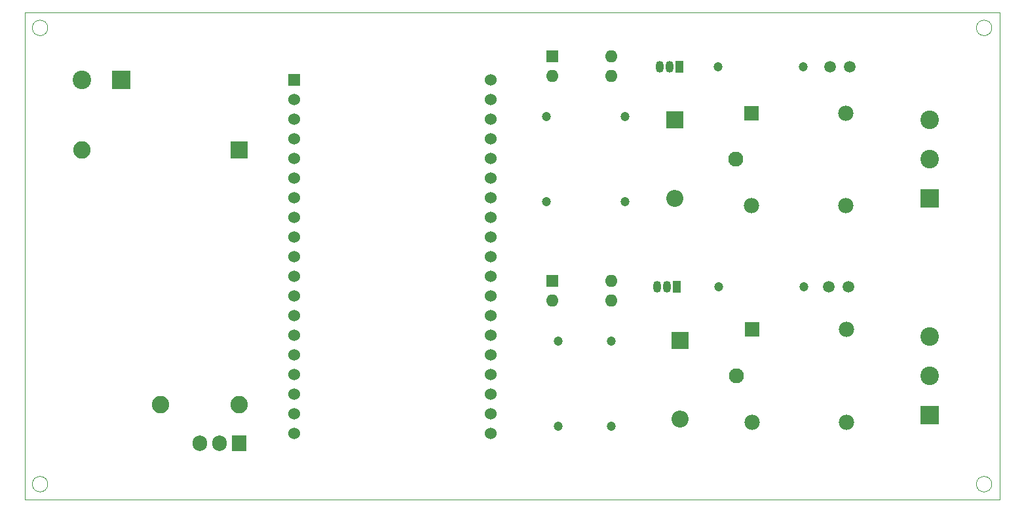
<source format=gbr>
%TF.GenerationSoftware,KiCad,Pcbnew,8.0.6-8.0.6-0~ubuntu22.04.1*%
%TF.CreationDate,2024-11-01T09:16:27+07:00*%
%TF.ProjectId,projectGATE,70726f6a-6563-4744-9741-54452e6b6963,rev?*%
%TF.SameCoordinates,Original*%
%TF.FileFunction,Copper,L1,Top*%
%TF.FilePolarity,Positive*%
%FSLAX46Y46*%
G04 Gerber Fmt 4.6, Leading zero omitted, Abs format (unit mm)*
G04 Created by KiCad (PCBNEW 8.0.6-8.0.6-0~ubuntu22.04.1) date 2024-11-01 09:16:27*
%MOMM*%
%LPD*%
G01*
G04 APERTURE LIST*
%TA.AperFunction,ComponentPad*%
%ADD10R,2.200000X2.200000*%
%TD*%
%TA.AperFunction,ComponentPad*%
%ADD11O,2.200000X2.200000*%
%TD*%
%TA.AperFunction,ComponentPad*%
%ADD12C,1.508000*%
%TD*%
%TA.AperFunction,ComponentPad*%
%ADD13R,1.905000X2.000000*%
%TD*%
%TA.AperFunction,ComponentPad*%
%ADD14O,1.905000X2.000000*%
%TD*%
%TA.AperFunction,ComponentPad*%
%ADD15C,1.200000*%
%TD*%
%TA.AperFunction,ComponentPad*%
%ADD16R,1.530000X1.530000*%
%TD*%
%TA.AperFunction,ComponentPad*%
%ADD17C,1.530000*%
%TD*%
%TA.AperFunction,ComponentPad*%
%ADD18R,2.250000X2.250000*%
%TD*%
%TA.AperFunction,ComponentPad*%
%ADD19C,2.250000*%
%TD*%
%TA.AperFunction,ComponentPad*%
%ADD20R,2.400000X2.400000*%
%TD*%
%TA.AperFunction,ComponentPad*%
%ADD21C,2.400000*%
%TD*%
%TA.AperFunction,ComponentPad*%
%ADD22R,1.600000X1.600000*%
%TD*%
%TA.AperFunction,ComponentPad*%
%ADD23O,1.600000X1.600000*%
%TD*%
%TA.AperFunction,ComponentPad*%
%ADD24R,1.980000X1.980000*%
%TD*%
%TA.AperFunction,ComponentPad*%
%ADD25C,1.980000*%
%TD*%
%TA.AperFunction,ComponentPad*%
%ADD26C,1.935000*%
%TD*%
%TA.AperFunction,ComponentPad*%
%ADD27R,1.050000X1.500000*%
%TD*%
%TA.AperFunction,ComponentPad*%
%ADD28O,1.050000X1.500000*%
%TD*%
%TA.AperFunction,Profile*%
%ADD29C,0.050000*%
%TD*%
G04 APERTURE END LIST*
D10*
%TO.P,D3,1,K*%
%TO.N,5V*%
X173000000Y-81920000D03*
D11*
%TO.P,D3,2,A*%
%TO.N,Net-(D3-A)*%
X173000000Y-92080000D03*
%TD*%
D12*
%TO.P,D2,1*%
%TO.N,5V*%
X195460000Y-103500000D03*
%TO.P,D2,2*%
%TO.N,Net-(D2-Pad2)*%
X192920000Y-103500000D03*
%TD*%
D13*
%TO.P,U4,1,VI*%
%TO.N,Net-(PS1-+VO)*%
X116750000Y-123750000D03*
D14*
%TO.P,U4,2,GND*%
%TO.N,GND*%
X114210000Y-123750000D03*
%TO.P,U4,3,VO*%
%TO.N,5V*%
X111670000Y-123750000D03*
%TD*%
D15*
%TO.P,R7,1*%
%TO.N,Net-(U1-IO22)*%
X158000000Y-121500000D03*
%TO.P,R7,2*%
%TO.N,Net-(R7-Pad2)*%
X158000000Y-110500000D03*
%TD*%
D16*
%TO.P,U1,1,3V3*%
%TO.N,unconnected-(U1-3V3-Pad1)*%
X123850000Y-76710000D03*
D17*
%TO.P,U1,2,EN*%
%TO.N,unconnected-(U1-EN-Pad2)*%
X123850000Y-79250000D03*
%TO.P,U1,3,SENSOR_VP*%
%TO.N,unconnected-(U1-SENSOR_VP-Pad3)*%
X123850000Y-81790000D03*
%TO.P,U1,4,SENSOR_VN*%
%TO.N,unconnected-(U1-SENSOR_VN-Pad4)*%
X123850000Y-84330000D03*
%TO.P,U1,5,IO34*%
%TO.N,unconnected-(U1-IO34-Pad5)*%
X123850000Y-86870000D03*
%TO.P,U1,6,IO35*%
%TO.N,unconnected-(U1-IO35-Pad6)*%
X123850000Y-89410000D03*
%TO.P,U1,7,IO32*%
%TO.N,unconnected-(U1-IO32-Pad7)*%
X123850000Y-91950000D03*
%TO.P,U1,8,IO33*%
%TO.N,unconnected-(U1-IO33-Pad8)*%
X123850000Y-94490000D03*
%TO.P,U1,9,IO25*%
%TO.N,unconnected-(U1-IO25-Pad9)*%
X123850000Y-97030000D03*
%TO.P,U1,10,IO26*%
%TO.N,unconnected-(U1-IO26-Pad10)*%
X123850000Y-99570000D03*
%TO.P,U1,11,IO27*%
%TO.N,unconnected-(U1-IO27-Pad11)*%
X123850000Y-102110000D03*
%TO.P,U1,12,IO14*%
%TO.N,unconnected-(U1-IO14-Pad12)*%
X123850000Y-104650000D03*
%TO.P,U1,13,IO12*%
%TO.N,unconnected-(U1-IO12-Pad13)*%
X123850000Y-107190000D03*
%TO.P,U1,14,GND1*%
%TO.N,GND*%
X123850000Y-109730000D03*
%TO.P,U1,15,IO13*%
%TO.N,unconnected-(U1-IO13-Pad15)*%
X123850000Y-112270000D03*
%TO.P,U1,16,SD2*%
%TO.N,unconnected-(U1-SD2-Pad16)*%
X123850000Y-114810000D03*
%TO.P,U1,17,SD3*%
%TO.N,unconnected-(U1-SD3-Pad17)*%
X123850000Y-117350000D03*
%TO.P,U1,18,CMD*%
%TO.N,unconnected-(U1-CMD-Pad18)*%
X123850000Y-119890000D03*
%TO.P,U1,19,EXT_5V*%
%TO.N,5V*%
X123850000Y-122430000D03*
%TO.P,U1,20,CLK*%
%TO.N,unconnected-(U1-CLK-Pad20)*%
X149250000Y-122430000D03*
%TO.P,U1,21,SD0*%
%TO.N,unconnected-(U1-SD0-Pad21)*%
X149250000Y-119890000D03*
%TO.P,U1,22,SD1*%
%TO.N,unconnected-(U1-SD1-Pad22)*%
X149250000Y-117350000D03*
%TO.P,U1,23,IO15*%
%TO.N,unconnected-(U1-IO15-Pad23)*%
X149250000Y-114810000D03*
%TO.P,U1,24,IO2*%
%TO.N,unconnected-(U1-IO2-Pad24)*%
X149250000Y-112270000D03*
%TO.P,U1,25,IO0*%
%TO.N,unconnected-(U1-IO0-Pad25)*%
X149250000Y-109730000D03*
%TO.P,U1,26,IO4*%
%TO.N,unconnected-(U1-IO4-Pad26)*%
X149250000Y-107190000D03*
%TO.P,U1,27,IO16*%
%TO.N,unconnected-(U1-IO16-Pad27)*%
X149250000Y-104650000D03*
%TO.P,U1,28,IO17*%
%TO.N,unconnected-(U1-IO17-Pad28)*%
X149250000Y-102110000D03*
%TO.P,U1,29,IO5*%
%TO.N,unconnected-(U1-IO5-Pad29)*%
X149250000Y-99570000D03*
%TO.P,U1,30,IO18*%
%TO.N,unconnected-(U1-IO18-Pad30)*%
X149250000Y-97030000D03*
%TO.P,U1,31,IO19*%
%TO.N,unconnected-(U1-IO19-Pad31)*%
X149250000Y-94490000D03*
%TO.P,U1,32,GND2*%
%TO.N,GND*%
X149250000Y-91950000D03*
%TO.P,U1,33,IO21*%
%TO.N,unconnected-(U1-IO21-Pad33)*%
X149250000Y-89410000D03*
%TO.P,U1,34,RXD0*%
%TO.N,unconnected-(U1-RXD0-Pad34)*%
X149250000Y-86870000D03*
%TO.P,U1,35,TXD0*%
%TO.N,unconnected-(U1-TXD0-Pad35)*%
X149250000Y-84330000D03*
%TO.P,U1,36,IO22*%
%TO.N,Net-(U1-IO22)*%
X149250000Y-81790000D03*
%TO.P,U1,37,IO23*%
%TO.N,Net-(U1-IO23)*%
X149250000Y-79250000D03*
%TO.P,U1,38,GND3*%
%TO.N,unconnected-(U1-GND3-Pad38)*%
X149250000Y-76710000D03*
%TD*%
D18*
%TO.P,PS1,1,AC(N)*%
%TO.N,Net-(PS1-AC(N))*%
X116750000Y-85750000D03*
D19*
%TO.P,PS1,2,AC(L)*%
%TO.N,Net-(PS1-AC(L))*%
X96430000Y-85750000D03*
%TO.P,PS1,3,-VO*%
%TO.N,GND*%
X106590000Y-118750000D03*
%TO.P,PS1,4,+VO*%
%TO.N,Net-(PS1-+VO)*%
X116750000Y-118750000D03*
%TD*%
D20*
%TO.P,J2,1,1*%
%TO.N,Net-(J2-Pad1)*%
X206000000Y-92080000D03*
D21*
%TO.P,J2,2,2*%
%TO.N,Net-(J2-Pad2)*%
X206000000Y-87000000D03*
%TO.P,J2,3,3*%
%TO.N,Net-(J2-Pad3)*%
X206000000Y-81920000D03*
%TD*%
D22*
%TO.P,U2,1*%
%TO.N,Net-(R8-Pad2)*%
X157200000Y-73695000D03*
D23*
%TO.P,U2,2*%
%TO.N,GND*%
X157200000Y-76235000D03*
%TO.P,U2,3*%
%TO.N,Net-(Q1-B)*%
X164820000Y-76235000D03*
%TO.P,U2,4*%
%TO.N,Net-(R9-Pad1)*%
X164820000Y-73695000D03*
%TD*%
D15*
%TO.P,R12,1*%
%TO.N,Net-(D2-Pad2)*%
X189690000Y-103500000D03*
%TO.P,R12,2*%
%TO.N,Net-(D4-A)*%
X178690000Y-103500000D03*
%TD*%
D24*
%TO.P,K2,A1*%
%TO.N,5V*%
X183000000Y-109000000D03*
D25*
%TO.P,K2,A2*%
%TO.N,Net-(D4-A)*%
X183000000Y-121000000D03*
D26*
%TO.P,K2,COM*%
%TO.N,Net-(J3-Pad2)*%
X181000000Y-115000000D03*
D25*
%TO.P,K2,NC*%
%TO.N,Net-(J3-Pad3)*%
X195200000Y-109000000D03*
%TO.P,K2,NO*%
%TO.N,Net-(J3-Pad1)*%
X195200000Y-121000000D03*
%TD*%
D27*
%TO.P,Q2,1,C*%
%TO.N,Net-(D4-A)*%
X173270000Y-103500000D03*
D28*
%TO.P,Q2,2,B*%
%TO.N,Net-(Q2-B)*%
X172000000Y-103500000D03*
%TO.P,Q2,3,E*%
%TO.N,GND*%
X170730000Y-103500000D03*
%TD*%
D12*
%TO.P,D1,1*%
%TO.N,5V*%
X195600000Y-75000000D03*
%TO.P,D1,2*%
%TO.N,Net-(D1-Pad2)*%
X193060000Y-75000000D03*
%TD*%
D20*
%TO.P,J1,1,1*%
%TO.N,Net-(PS1-AC(N))*%
X101500000Y-76750000D03*
D21*
%TO.P,J1,2,2*%
%TO.N,Net-(PS1-AC(L))*%
X96420000Y-76750000D03*
%TD*%
D22*
%TO.P,U3,1*%
%TO.N,Net-(R7-Pad2)*%
X157200000Y-102725000D03*
D23*
%TO.P,U3,2*%
%TO.N,GND*%
X157200000Y-105265000D03*
%TO.P,U3,3*%
%TO.N,Net-(Q2-B)*%
X164820000Y-105265000D03*
%TO.P,U3,4*%
%TO.N,Net-(R11-Pad1)*%
X164820000Y-102725000D03*
%TD*%
D15*
%TO.P,R10,1*%
%TO.N,Net-(D1-Pad2)*%
X189600000Y-75000000D03*
%TO.P,R10,2*%
%TO.N,Net-(D3-A)*%
X178600000Y-75000000D03*
%TD*%
D24*
%TO.P,K1,A1*%
%TO.N,5V*%
X182900000Y-81000000D03*
D25*
%TO.P,K1,A2*%
%TO.N,Net-(D3-A)*%
X182900000Y-93000000D03*
D26*
%TO.P,K1,COM*%
%TO.N,Net-(J2-Pad2)*%
X180900000Y-87000000D03*
D25*
%TO.P,K1,NC*%
%TO.N,Net-(J2-Pad3)*%
X195100000Y-81000000D03*
%TO.P,K1,NO*%
%TO.N,Net-(J2-Pad1)*%
X195100000Y-93000000D03*
%TD*%
D15*
%TO.P,R11,1*%
%TO.N,Net-(R11-Pad1)*%
X164800000Y-110500000D03*
%TO.P,R11,2*%
%TO.N,5V*%
X164800000Y-121500000D03*
%TD*%
D27*
%TO.P,Q1,1,C*%
%TO.N,Net-(D3-A)*%
X173600000Y-75000000D03*
D28*
%TO.P,Q1,2,B*%
%TO.N,Net-(Q1-B)*%
X172330000Y-75000000D03*
%TO.P,Q1,3,E*%
%TO.N,GND*%
X171060000Y-75000000D03*
%TD*%
D10*
%TO.P,D4,1,K*%
%TO.N,5V*%
X173690000Y-110420000D03*
D11*
%TO.P,D4,2,A*%
%TO.N,Net-(D4-A)*%
X173690000Y-120580000D03*
%TD*%
D20*
%TO.P,J3,1,1*%
%TO.N,Net-(J3-Pad1)*%
X206000000Y-120080000D03*
D21*
%TO.P,J3,2,2*%
%TO.N,Net-(J3-Pad2)*%
X206000000Y-115000000D03*
%TO.P,J3,3,3*%
%TO.N,Net-(J3-Pad3)*%
X206000000Y-109920000D03*
%TD*%
D15*
%TO.P,R9,1*%
%TO.N,Net-(R9-Pad1)*%
X166600000Y-92500000D03*
%TO.P,R9,2*%
%TO.N,5V*%
X166600000Y-81500000D03*
%TD*%
%TO.P,R8,1*%
%TO.N,Net-(U1-IO23)*%
X156400000Y-81500000D03*
%TO.P,R8,2*%
%TO.N,Net-(R8-Pad2)*%
X156400000Y-92500000D03*
%TD*%
D29*
X92000000Y-129000000D02*
G75*
G02*
X90000000Y-129000000I-1000000J0D01*
G01*
X90000000Y-129000000D02*
G75*
G02*
X92000000Y-129000000I1000000J0D01*
G01*
X92000000Y-70000000D02*
G75*
G02*
X90000000Y-70000000I-1000000J0D01*
G01*
X90000000Y-70000000D02*
G75*
G02*
X92000000Y-70000000I1000000J0D01*
G01*
X214000000Y-70000000D02*
G75*
G02*
X212000000Y-70000000I-1000000J0D01*
G01*
X212000000Y-70000000D02*
G75*
G02*
X214000000Y-70000000I1000000J0D01*
G01*
X214000000Y-129000000D02*
G75*
G02*
X212000000Y-129000000I-1000000J0D01*
G01*
X212000000Y-129000000D02*
G75*
G02*
X214000000Y-129000000I1000000J0D01*
G01*
X89000000Y-68000000D02*
X215000000Y-68000000D01*
X215000000Y-131000000D01*
X89000000Y-131000000D01*
X89000000Y-68000000D01*
M02*

</source>
